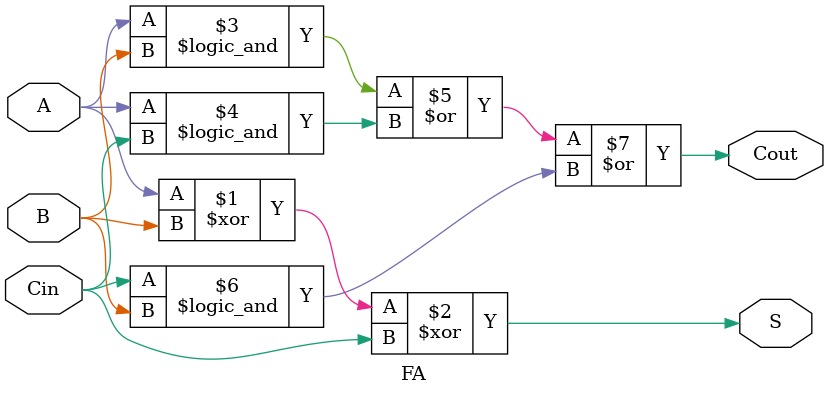
<source format=v>
`timescale 1ns / 1ps
module FA
(
input A,
input B,
input Cin,
output S,
output Cout
);

assign S = A ^ B ^ Cin;
assign Cout = (A&&B) | (A&&Cin) | (Cin&&B) ;

endmodule
</source>
